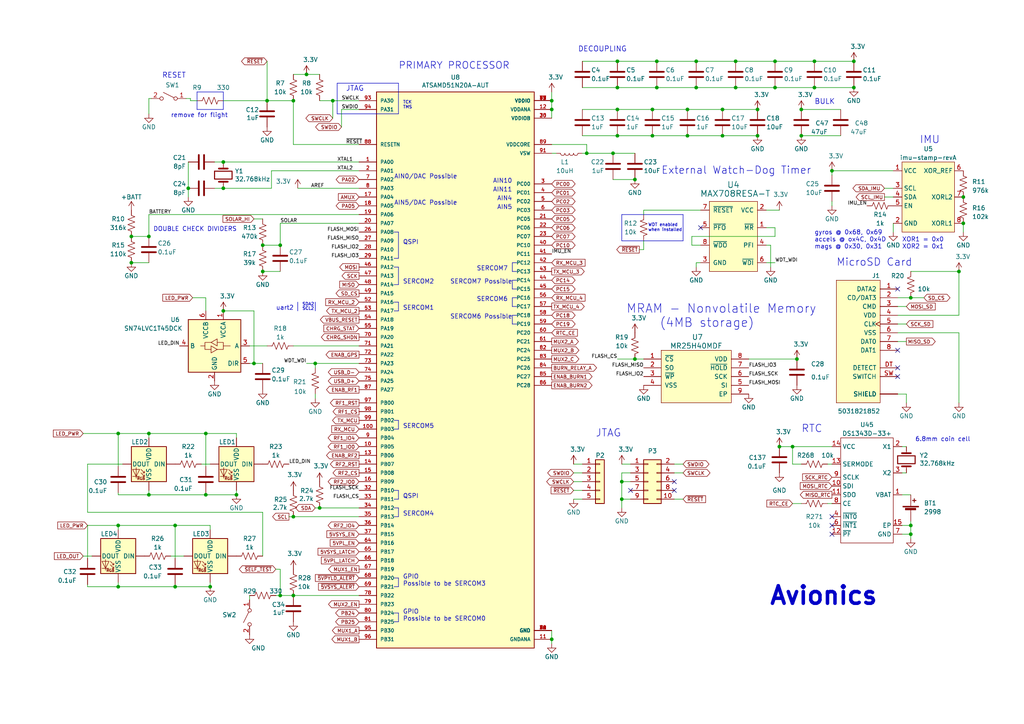
<source format=kicad_sch>
(kicad_sch (version 20230121) (generator eeschema)
  (paper "A4")
  (title_block (title "PyCubed Mainboard") (date "2021-06-09") (rev "v05c") (company "Sierra Lobo INC."))
  (junction (at 50.8 170.18))
  (junction (at 96.52 29.21))
  (junction (at 170.18 44.45))
  (junction (at 85.09 172.72))
  (junction (at 264.16 154.94))
  (junction (at 179.07 31.75))
  (junction (at 73.66 105.41))
  (junction (at 160.02 31.75))
  (junction (at 38.1 68.58))
  (junction (at 81.28 172.72))
  (junction (at 76.2 78.74))
  (junction (at 189.23 39.37))
  (junction (at 241.3 49.53))
  (junction (at 43.18 143.51))
  (junction (at 189.23 31.75))
  (junction (at 179.07 25.4))
  (junction (at 236.22 17.78))
  (junction (at 34.29 125.73))
  (junction (at 224.79 17.78))
  (junction (at 201.93 17.78))
  (junction (at 264.16 86.36))
  (junction (at 85.09 149.86))
  (junction (at 179.07 39.37))
  (junction (at 184.15 52.07))
  (junction (at 224.79 25.4))
  (junction (at 226.06 129.54))
  (junction (at 38.1 76.2))
  (junction (at 184.15 104.14))
  (junction (at 232.41 39.37))
  (junction (at 247.65 17.78))
  (junction (at 68.58 143.51))
  (junction (at 247.65 25.4))
  (junction (at 92.71 147.32))
  (junction (at 59.69 125.73))
  (junction (at 60.96 170.18))
  (junction (at 190.5 17.78))
  (junction (at 264.16 152.4))
  (junction (at 179.07 17.78))
  (junction (at 279.4 57.15))
  (junction (at 81.28 71.12))
  (junction (at 199.39 39.37))
  (junction (at 190.5 25.4))
  (junction (at 199.39 31.75))
  (junction (at 34.29 152.4))
  (junction (at 213.36 25.4))
  (junction (at 209.55 31.75))
  (junction (at 77.47 29.21))
  (junction (at 180.34 144.78))
  (junction (at 229.87 129.54))
  (junction (at 232.41 31.75))
  (junction (at 43.18 125.73))
  (junction (at 59.69 143.51))
  (junction (at 64.77 46.99))
  (junction (at 177.8 44.45))
  (junction (at 64.77 90.17))
  (junction (at 209.55 39.37))
  (junction (at 279.4 64.77))
  (junction (at 64.77 54.61))
  (junction (at 219.71 39.37))
  (junction (at 231.14 104.14))
  (junction (at 34.29 170.18))
  (junction (at 43.18 68.58))
  (junction (at 91.44 105.41))
  (junction (at 213.36 17.78))
  (junction (at 50.8 152.4))
  (junction (at 160.02 29.21))
  (junction (at 219.71 31.75))
  (junction (at 76.2 71.12))
  (junction (at 88.9 21.59))
  (junction (at 54.61 54.61))
  (junction (at 236.22 25.4))
  (junction (at 180.34 139.7))
  (junction (at 160.02 185.42))
  (junction (at 278.13 78.74))
  (junction (at 201.93 25.4))
  (junction (at 85.09 29.21))
  (no_connect (at 241.3 149.86))
  (no_connect (at 182.88 142.24))
  (no_connect (at 260.35 106.68))
  (no_connect (at 203.2 66.04))
  (no_connect (at 260.35 101.6))
  (no_connect (at 195.58 139.7))
  (no_connect (at 195.58 142.24))
  (no_connect (at 241.3 154.94))
  (no_connect (at 241.3 152.4))
  (no_connect (at 260.35 83.82))
  (no_connect (at 260.35 109.22))
  (polyline (pts (xy 149.86 76.2) (xy 148.59 76.2)))
  (wire (pts (xy 232.41 39.37) (xy 243.84 39.37)))
  (polyline (pts (xy 148.59 91.44) (xy 148.59 93.98)))
  (wire (pts (xy 201.93 76.2) (xy 203.2 76.2)))
  (wire (pts (xy 256.54 54.61) (xy 259.08 54.61)))
  (wire (pts (xy 77.47 29.21) (xy 85.09 29.21)))
  (wire (pts (xy 64.77 90.17) (xy 73.66 90.17)))
  (wire (pts (xy 264.16 151.13) (xy 264.16 152.4)))
  (wire (pts (xy 180.34 139.7) (xy 180.34 144.78)))
  (polyline (pts (xy 115.57 67.31) (xy 115.57 74.93)))
  (wire (pts (xy 261.62 129.54) (xy 262.89 129.54)))
  (wire (pts (xy 104.14 147.32) (xy 92.71 147.32)))
  (polyline (pts (xy 115.57 167.64) (xy 115.57 170.18)))
  (wire (pts (xy 77.47 17.78) (xy 77.47 29.21)))
  (wire (pts (xy 43.18 28.575) (xy 43.815 28.575)))
  (wire (pts (xy 25.4 148.59) (xy 25.4 134.62)))
  (wire (pts (xy 177.8 52.07) (xy 184.15 52.07)))
  (wire (pts (xy 76.2 78.74) (xy 81.28 78.74)))
  (wire (pts (xy 170.18 41.91) (xy 170.18 44.45)))
  (wire (pts (xy 185.42 72.39) (xy 186.69 72.39)))
  (polyline (pts (xy 115.57 24.13) (xy 97.79 24.13)))
  (wire (pts (xy 85.09 21.59) (xy 88.9 21.59)))
  (wire (pts (xy 224.79 17.78) (xy 236.22 17.78)))
  (polyline (pts (xy 148.59 86.36) (xy 148.59 88.9)))
  (wire (pts (xy 34.29 170.18) (xy 50.8 170.18)))
  (polyline (pts (xy 97.79 24.13) (xy 97.79 33.02)))
  (wire (pts (xy 34.29 143.51) (xy 34.29 142.875)))
  (wire (pts (xy 226.06 129.54) (xy 229.87 129.54)))
  (wire (pts (xy 186.69 72.39) (xy 186.69 69.85)))
  (wire (pts (xy 189.23 31.75) (xy 199.39 31.75)))
  (wire (pts (xy 43.18 125.73) (xy 43.18 127)))
  (wire (pts (xy 166.37 134.62) (xy 168.91 134.62)))
  (polyline (pts (xy 148.59 93.98) (xy 149.86 93.98)))
  (wire (pts (xy 64.77 54.61) (xy 78.74 54.61)))
  (wire (pts (xy 91.44 147.32) (xy 92.71 147.32)))
  (wire (pts (xy 201.93 76.2) (xy 201.93 77.47)))
  (wire (pts (xy 261.62 143.51) (xy 264.16 143.51)))
  (wire (pts (xy 58.42 134.62) (xy 60.96 134.62)))
  (wire (pts (xy 160.02 44.45) (xy 161.29 44.45)))
  (wire (pts (xy 34.29 143.51) (xy 43.18 143.51)))
  (wire (pts (xy 24.13 125.73) (xy 34.29 125.73)))
  (polyline (pts (xy 114.3 142.24) (xy 115.57 142.24)))
  (wire (pts (xy 260.35 93.98) (xy 262.89 93.98)))
  (wire (pts (xy 24.13 161.29) (xy 26.67 161.29)))
  (wire (pts (xy 55.245 28.575) (xy 55.245 29.21)))
  (wire (pts (xy 200.66 71.12) (xy 203.2 71.12)))
  (wire (pts (xy 34.29 125.73) (xy 34.29 135.255)))
  (wire (pts (xy 85.09 41.91) (xy 104.14 41.91)))
  (wire (pts (xy 76.2 71.12) (xy 81.28 71.12)))
  (wire (pts (xy 180.34 134.62) (xy 182.88 134.62)))
  (wire (pts (xy 91.44 114.3) (xy 91.44 115.57)))
  (polyline (pts (xy 148.59 83.82) (xy 149.86 83.82)))
  (wire (pts (xy 179.07 17.78) (xy 190.5 17.78)))
  (wire (pts (xy 262.89 114.3) (xy 262.89 116.84)))
  (wire (pts (xy 279.4 67.31) (xy 279.4 64.77)))
  (wire (pts (xy 78.74 49.53) (xy 104.14 49.53)))
  (wire (pts (xy 226.06 60.96) (xy 222.25 60.96)))
  (wire (pts (xy 88.9 105.41) (xy 91.44 105.41)))
  (wire (pts (xy 189.23 39.37) (xy 199.39 39.37)))
  (polyline (pts (xy 198.12 69.85) (xy 180.34 69.85)))
  (polyline (pts (xy 115.57 142.24) (xy 115.57 144.78)))
  (wire (pts (xy 38.1 68.58) (xy 43.18 68.58)))
  (wire (pts (xy 209.55 39.37) (xy 219.71 39.37)))
  (wire (pts (xy 73.66 105.41) (xy 76.2 105.41)))
  (polyline (pts (xy 114.3 170.18) (xy 115.57 170.18)))
  (wire (pts (xy 168.91 31.75) (xy 179.07 31.75)))
  (wire (pts (xy 217.17 104.14) (xy 231.14 104.14)))
  (wire (pts (xy 168.91 139.7) (xy 166.37 139.7)))
  (wire (pts (xy 260.35 86.36) (xy 264.16 86.36)))
  (wire (pts (xy 168.91 25.4) (xy 179.07 25.4)))
  (polyline (pts (xy 114.3 149.86) (xy 115.57 149.86)))
  (wire (pts (xy 59.69 143.51) (xy 43.18 143.51)))
  (wire (pts (xy 83.82 149.86) (xy 85.09 149.86)))
  (wire (pts (xy 200.66 71.12) (xy 200.66 68.58)))
  (polyline (pts (xy 114.3 90.17) (xy 115.57 90.17)))
  (wire (pts (xy 43.18 28.575) (xy 43.18 33.02)))
  (wire (pts (xy 260.35 114.3) (xy 262.89 114.3)))
  (wire (pts (xy 160.02 29.21) (xy 160.02 26.67)))
  (wire (pts (xy 177.8 44.45) (xy 184.15 44.45)))
  (wire (pts (xy 62.23 54.61) (xy 64.77 54.61)))
  (wire (pts (xy 55.245 29.21) (xy 57.15 29.21)))
  (wire (pts (xy 262.89 137.16) (xy 261.62 137.16)))
  (wire (pts (xy 229.87 146.05) (xy 232.41 146.05)))
  (wire (pts (xy 179.07 31.75) (xy 189.23 31.75)))
  (wire (pts (xy 241.3 49.53) (xy 259.08 49.53)))
  (wire (pts (xy 179.07 25.4) (xy 190.5 25.4)))
  (wire (pts (xy 168.91 17.78) (xy 179.07 17.78)))
  (wire (pts (xy 180.34 137.16) (xy 180.34 139.7)))
  (wire (pts (xy 200.66 68.58) (xy 224.79 68.58)))
  (polyline (pts (xy 97.79 33.02) (xy 115.57 33.02)))
  (wire (pts (xy 199.39 31.75) (xy 209.55 31.75)))
  (wire (pts (xy 78.74 54.61) (xy 78.74 49.53)))
  (wire (pts (xy 278.13 91.44) (xy 278.13 78.74)))
  (wire (pts (xy 73.66 63.5) (xy 76.2 63.5)))
  (polyline (pts (xy 115.57 87.63) (xy 115.57 90.17)))
  (wire (pts (xy 224.79 25.4) (xy 236.22 25.4)))
  (wire (pts (xy 59.69 86.36) (xy 59.69 90.17)))
  (wire (pts (xy 259.08 67.31) (xy 259.08 64.77)))
  (wire (pts (xy 195.58 137.16) (xy 198.12 137.16)))
  (wire (pts (xy 72.39 172.72) (xy 72.39 173.99)))
  (wire (pts (xy 91.44 105.41) (xy 91.44 106.68)))
  (polyline (pts (xy 149.86 88.9) (xy 148.59 88.9)))
  (wire (pts (xy 182.88 137.16) (xy 180.34 137.16)))
  (wire (pts (xy 199.39 39.37) (xy 209.55 39.37)))
  (wire (pts (xy 256.54 57.15) (xy 259.08 57.15)))
  (wire (pts (xy 62.23 46.99) (xy 64.77 46.99)))
  (polyline (pts (xy 114.3 121.92) (xy 115.57 121.92)))
  (wire (pts (xy 68.58 143.51) (xy 68.58 142.24)))
  (polyline (pts (xy 114.3 144.78) (xy 115.57 144.78)))
  (wire (pts (xy 85.09 172.72) (xy 104.14 172.72)))
  (wire (pts (xy 240.03 146.05) (xy 241.3 146.05)))
  (wire (pts (xy 160.02 34.29) (xy 160.02 31.75)))
  (wire (pts (xy 260.35 91.44) (xy 278.13 91.44)))
  (polyline (pts (xy 57.15 26.67) (xy 64.77 26.67)))
  (wire (pts (xy 170.18 44.45) (xy 177.8 44.45)))
  (wire (pts (xy 43.18 62.23) (xy 104.14 62.23)))
  (wire (pts (xy 34.29 168.91) (xy 34.29 170.18)))
  (polyline (pts (xy 115.57 177.8) (xy 115.57 180.34)))
  (wire (pts (xy 179.07 104.14) (xy 184.15 104.14)))
  (wire (pts (xy 73.66 90.17) (xy 73.66 105.41)))
  (polyline (pts (xy 114.3 124.46) (xy 115.57 124.46)))
  (wire (pts (xy 168.91 39.37) (xy 179.07 39.37)))
  (wire (pts (xy 68.58 125.73) (xy 68.58 127)))
  (polyline (pts (xy 64.77 26.67) (xy 64.77 31.75)))
  (wire (pts (xy 59.69 143.51) (xy 59.69 142.875)))
  (wire (pts (xy 88.9 21.59) (xy 92.71 21.59)))
  (wire (pts (xy 81.28 165.1) (xy 80.01 165.1)))
  (wire (pts (xy 209.55 31.75) (xy 219.71 31.75)))
  (wire (pts (xy 260.35 96.52) (xy 278.13 96.52)))
  (wire (pts (xy 60.96 170.18) (xy 60.96 168.91)))
  (wire (pts (xy 240.03 134.62) (xy 241.3 134.62)))
  (wire (pts (xy 34.29 125.73) (xy 43.18 125.73)))
  (wire (pts (xy 43.18 76.2) (xy 38.1 76.2)))
  (wire (pts (xy 264.16 78.74) (xy 278.13 78.74)))
  (wire (pts (xy 213.36 17.78) (xy 224.79 17.78)))
  (wire (pts (xy 224.79 76.2) (xy 222.25 76.2)))
  (wire (pts (xy 81.28 172.72) (xy 85.09 172.72)))
  (wire (pts (xy 195.58 134.62) (xy 198.12 134.62)))
  (wire (pts (xy 25.4 170.18) (xy 25.4 169.545)))
  (polyline (pts (xy 148.59 76.2) (xy 148.59 78.74)))
  (wire (pts (xy 64.77 29.21) (xy 77.47 29.21)))
  (wire (pts (xy 168.91 44.45) (xy 170.18 44.45)))
  (wire (pts (xy 260.35 99.06) (xy 262.89 99.06)))
  (wire (pts (xy 92.71 29.21) (xy 96.52 29.21)))
  (wire (pts (xy 224.79 68.58) (xy 224.79 66.04)))
  (wire (pts (xy 104.14 149.86) (xy 85.09 149.86)))
  (wire (pts (xy 59.69 125.73) (xy 43.18 125.73)))
  (wire (pts (xy 229.87 129.54) (xy 241.3 129.54)))
  (wire (pts (xy 179.07 39.37) (xy 189.23 39.37)))
  (wire (pts (xy 59.69 143.51) (xy 68.58 143.51)))
  (wire (pts (xy 59.69 125.73) (xy 68.58 125.73)))
  (wire (pts (xy 72.39 105.41) (xy 73.66 105.41)))
  (wire (pts (xy 232.41 134.62) (xy 229.87 134.62)))
  (wire (pts (xy 49.53 161.29) (xy 53.34 161.29)))
  (wire (pts (xy 54.61 46.99) (xy 54.61 54.61)))
  (polyline (pts (xy 115.57 121.92) (xy 115.57 124.46)))
  (wire (pts (xy 50.8 152.4) (xy 60.96 152.4)))
  (wire (pts (xy 54.61 54.61) (xy 54.61 57.15)))
  (wire (pts (xy 278.13 96.52) (xy 278.13 116.84)))
  (polyline (pts (xy 57.15 31.75) (xy 64.77 31.75)))
  (polyline (pts (xy 114.3 177.8) (xy 115.57 177.8)))
  (polyline (pts (xy 114.3 77.47) (xy 115.57 77.47)))
  (wire (pts (xy 25.4 161.925) (xy 25.4 152.4)))
  (polyline (pts (xy 114.3 74.93) (xy 115.57 74.93)))
  (wire (pts (xy 50.8 170.18) (xy 50.8 169.545)))
  (wire (pts (xy 223.52 71.12) (xy 223.52 77.47)))
  (wire (pts (xy 53.975 28.575) (xy 55.245 28.575)))
  (wire (pts (xy 195.58 144.78) (xy 198.12 144.78)))
  (wire (pts (xy 160.02 41.91) (xy 170.18 41.91)))
  (polyline (pts (xy 57.15 31.75) (xy 57.15 26.67)))
  (wire (pts (xy 264.16 154.94) (xy 264.16 156.21)))
  (wire (pts (xy 264.16 152.4) (xy 264.16 154.94)))
  (wire (pts (xy 81.28 71.12) (xy 81.28 64.77)))
  (wire (pts (xy 91.44 105.41) (xy 104.14 105.41)))
  (wire (pts (xy 60.96 152.4) (xy 60.96 153.67)))
  (wire (pts (xy 160.02 31.75) (xy 160.02 29.21)))
  (wire (pts (xy 55.88 86.36) (xy 59.69 86.36)))
  (wire (pts (xy 264.16 86.36) (xy 267.97 86.36)))
  (wire (pts (xy 232.41 31.75) (xy 243.84 31.75)))
  (polyline (pts (xy 86.36 87.63) (xy 86.36 90.17)))
  (polyline (pts (xy 115.57 147.32) (xy 115.57 149.86)))
  (wire (pts (xy 160.02 182.88) (xy 160.02 185.42)))
  (wire (pts (xy 180.34 144.78) (xy 182.88 144.78)))
  (wire (pts (xy 213.36 25.4) (xy 224.79 25.4)))
  (wire (pts (xy 50.8 152.4) (xy 50.8 161.925)))
  (wire (pts (xy 222.25 66.04) (xy 224.79 66.04)))
  (polyline (pts (xy 91.44 90.17) (xy 91.44 87.63)))
  (wire (pts (xy 96.52 34.29) (xy 96.52 29.21)))
  (wire (pts (xy 168.91 142.24) (xy 166.37 142.24)))
  (polyline (pts (xy 114.3 67.31) (xy 115.57 67.31)))
  (wire (pts (xy 236.22 25.4) (xy 247.65 25.4)))
  (wire (pts (xy 43.18 68.58) (xy 43.18 62.23)))
  (polyline (pts (xy 149.86 78.74) (xy 148.59 78.74)))
  (wire (pts (xy 241.3 58.42) (xy 241.3 59.69)))
  (polyline (pts (xy 114.3 147.32) (xy 115.57 147.32)))
  (wire (pts (xy 261.62 154.94) (xy 264.16 154.94)))
  (wire (pts (xy 261.62 152.4) (xy 264.16 152.4)))
  (wire (pts (xy 201.93 17.78) (xy 213.36 17.78)))
  (polyline (pts (xy 148.59 81.28) (xy 149.86 81.28)))
  (wire (pts (xy 86.36 54.61) (xy 104.14 54.61)))
  (wire (pts (xy 81.28 64.77) (xy 104.14 64.77)))
  (wire (pts (xy 99.06 31.75) (xy 104.14 31.75)))
  (wire (pts (xy 85.09 29.21) (xy 85.09 41.91)))
  (wire (pts (xy 236.22 17.78) (xy 247.65 17.78)))
  (wire (pts (xy 25.4 152.4) (xy 34.29 152.4)))
  (wire (pts (xy 85.09 100.33) (xy 104.14 100.33)))
  (wire (pts (xy 25.4 148.59) (xy 76.2 148.59)))
  (wire (pts (xy 25.4 134.62) (xy 35.56 134.62)))
  (wire (pts (xy 229.87 134.62) (xy 229.87 129.54)))
  (wire (pts (xy 190.5 17.78) (xy 201.93 17.78)))
  (wire (pts (xy 50.8 152.4) (xy 34.29 152.4)))
  (wire (pts (xy 166.37 144.78) (xy 168.91 144.78)))
  (polyline (pts (xy 148.59 91.44) (xy 149.86 91.44)))
  (polyline (pts (xy 149.86 86.36) (xy 148.59 86.36)))
  (wire (pts (xy 260.35 88.9) (xy 262.89 88.9)))
  (wire (pts (xy 50.8 170.18) (xy 60.96 170.18)))
  (polyline (pts (xy 114.3 180.34) (xy 115.57 180.34)))
  (wire (pts (xy 223.52 71.12) (xy 222.25 71.12)))
  (wire (pts (xy 186.69 62.23) (xy 186.69 60.96)))
  (polyline (pts (xy 180.34 62.23) (xy 198.12 62.23)))
  (wire (pts (xy 64.77 46.99) (xy 104.14 46.99)))
  (wire (pts (xy 59.69 125.73) (xy 59.69 135.255)))
  (polyline (pts (xy 115.57 77.47) (xy 115.57 82.55)))
  (polyline (pts (xy 114.3 82.55) (xy 115.57 82.55)))
  (polyline (pts (xy 148.59 81.28) (xy 148.59 83.82)))
  (wire (pts (xy 160.02 185.42) (xy 160.02 186.69)))
  (wire (pts (xy 190.5 25.4) (xy 201.93 25.4)))
  (wire (pts (xy 43.18 142.24) (xy 43.18 143.51)))
  (wire (pts (xy 180.34 139.7) (xy 182.88 139.7)))
  (wire (pts (xy 34.29 152.4) (xy 34.29 153.67)))
  (wire (pts (xy 25.4 170.18) (xy 34.29 170.18)))
  (polyline (pts (xy 115.57 33.02) (xy 115.57 24.13)))
  (wire (pts (xy 77.47 100.33) (xy 72.39 100.33)))
  (wire (pts (xy 80.01 172.72) (xy 81.28 172.72)))
  (wire (pts (xy 81.28 172.72) (xy 81.28 165.1)))
  (polyline (pts (xy 180.34 69.85) (xy 180.34 62.23)))
  (wire (pts (xy 168.91 137.16) (xy 166.37 137.16)))
  (wire (pts (xy 201.93 25.4) (xy 213.36 25.4)))
  (wire (pts (xy 99.06 31.75) (xy 99.06 36.83)))
  (wire (pts (xy 241.3 49.53) (xy 241.3 50.8)))
  (wire (pts (xy 184.15 104.14) (xy 186.69 104.14)))
  (wire (pts (xy 186.69 60.96) (xy 203.2 60.96)))
  (wire (pts (xy 180.34 144.78) (xy 180.34 147.32)))
  (polyline (pts (xy 114.3 87.63) (xy 115.57 87.63)))
  (wire (pts (xy 96.52 29.21) (xy 104.14 29.21)))
  (polyline (pts (xy 198.12 62.23) (xy 198.12 69.85)))
  (wire (pts (xy 76.2 148.59) (xy 76.2 161.29)))
  (polyline (pts (xy 114.3 167.64) (xy 115.57 167.64)))
  (text "uart2" (at 80.01 90.17 0) (effects (font (size 1.27 1.27)) (justify left bottom)))
  (text "SERCOM7 Possible" (at 148.59 82.55 0) (effects (font (size 1.27 1.27)) (justify right bottom)))
  (text "RTC" (at 232.41 125.73 0) (effects (font (size 2.159 2.159)) (justify left bottom)))
  (text "SERCOM2" (at 116.84 82.55 0) (effects (font (size 1.27 1.27)) (justify left bottom)))
  (text "AIN4" (at 148.59 58.42 0) (effects (font (size 1.27 1.27)) (justify right bottom)))
  (text "SDA2" (at 87.63 88.9 0) (effects (font (size 0.889 0.889)) (justify left bottom)))
  (text "gyros @ 0x68, 0x69\naccels @ ox4C, 0x4D\nmags @ 0x30, 0x31" (at 236.22 72.39 0) (effects (font (size 1.27 1.27)) (justify left bottom)))
  (text "AIN5/DAC Possible" (at 114.3 59.69 0) (effects (font (size 1.27 1.27)) (justify left bottom)))
  (text "IMU" (at 266.7 41.91 0) (effects (font (size 2.159 2.159)) (justify left bottom)))
  (text "GPIO\nPossible to be SERCOM3" (at 116.84 170.18 0) (effects (font (size 1.27 1.27)) (justify left bottom)))
  (text "MRAM - Nonvolatile Memory\n     (4MB storage)" (at 181.61 95.25 0) (effects (font (size 2.54 2.54)) (justify left bottom)))
  (text "GPIO\nPossible to be SERCOM0" (at 116.84 180.34 0) (effects (font (size 1.27 1.27)) (justify left bottom)))
  (text "TCK\nTMS" (at 116.84 31.75 0) (effects (font (size 0.889 0.889)) (justify left bottom)))
  (text "SERCOM7" (at 147.32 78.74 0) (effects (font (size 1.27 1.27)) (justify right bottom)))
  (text "SCL2" (at 87.63 90.17 0) (effects (font (size 0.889 0.889)) (justify left bottom)))
  (text "DECOUPLING\n" (at 167.64 15.24 0) (effects (font (size 1.4986 1.4986)) (justify left bottom)))
  (text "remove for flight" (at 49.53 34.29 0) (effects (font (size 1.27 1.27)) (justify left bottom)))
  (text "AIN10" (at 148.59 53.34 0) (effects (font (size 1.27 1.27)) (justify right bottom)))
  (text "SERCOM6 Possible" (at 148.59 92.71 0) (effects (font (size 1.27 1.27)) (justify right bottom)))
  (text "Avionics" (at 222.885 175.895 0) (effects (font (size 5.08 5.08) (thickness 1.016) bold) (justify left bottom)))
  (text "WDT enabled\nwhen installed" (at 187.96 67.31 0) (effects (font (size 0.889 0.889)) (justify left bottom)))
  (text "DOUBLE CHECK DIVIDERS\n" (at 44.45 67.31 0) (effects (font (size 1.27 1.27)) (justify left bottom)))
  (text "JTAG" (at 172.72 127 0) (effects (font (size 2.159 2.159)) (justify left bottom)))
  (text "SERCOM1" (at 116.84 90.17 0) (effects (font (size 1.27 1.27)) (justify left bottom)))
  (text "AIN5" (at 148.59 60.96 0) (effects (font (size 1.27 1.27)) (justify right bottom)))
  (text "XOR1 = 0x0\nXOR2 = 0x1" (at 261.62 72.39 0) (effects (font (size 1.27 1.27)) (justify left bottom)))
  (text "JTAG\n" (at 100.33 26.67 0) (effects (font (size 1.4986 1.4986)) (justify left bottom)))
  (text "AIN0/DAC Possible" (at 114.3 52.07 0) (effects (font (size 1.27 1.27)) (justify left bottom)))
  (text "QSPI" (at 116.84 71.12 0) (effects (font (size 1.27 1.27)) (justify left bottom)))
  (text "SERCOM4" (at 116.84 149.86 0) (effects (font (size 1.27 1.27)) (justify left bottom)))
  (text "BULK\n" (at 236.22 30.48 0) (effects (font (size 1.4986 1.4986)) (justify left bottom)))
  (text "AIN11\n" (at 148.59 55.88 0) (effects (font (size 1.27 1.27)) (justify right bottom)))
  (text "6.8mm coin cell" (at 265.43 128.27 0) (effects (font (size 1.27 1.27)) (justify left bottom)))
  (text "External Watch-Dog Timer" (at 191.77 50.8 0) (effects (font (size 2.159 2.159)) (justify left bottom)))
  (text "PRIMARY PROCESSOR" (at 115.57 20.32 0) (effects (font (size 2.0066 2.0066)) (justify left bottom)))
  (text "MicroSD Card" (at 242.57 77.47 0) (effects (font (size 2.159 2.159)) (justify left bottom)))
  (text "SERCOM6" (at 147.32 87.63 0) (effects (font (size 1.27 1.27)) (justify right bottom)))
  (text "RESET" (at 46.99 22.86 0) (effects (font (size 1.4986 1.4986)) (justify left bottom)))
  (text "SERCOM5" (at 116.84 124.46 0) (effects (font (size 1.27 1.27)) (justify left bottom)))
  (text "QSPI" (at 116.84 144.78 0) (effects (font (size 1.27 1.27)) (justify left bottom)))
  (label "WDT_WDI" (at 88.9 105.41 180) (effects (font (size 1.016 1.016))))
  (label "FLASH_MOSI" (at 104.14 67.31 180) (effects (font (size 1.016 1.016))))
  (label "FLASH_IO2" (at 186.69 109.22 180) (effects (font (size 1.016 1.016))))
  (label "LED_DIN" (at 83.82 134.62 0) (effects (font (size 1.016 1.016))))
  (label "FLASH_MISO" (at 186.69 106.68 180) (effects (font (size 1.016 1.016))))
  (label "BATTERY" (at 43.18 62.23 0) (effects (font (size 1.016 1.016))))
  (label "FLASH_MISO" (at 104.14 69.85 180) (effects (font (size 1.016 1.016))))
  (label "AREF" (at 90.17 54.61 0) (effects (font (size 1.016 1.016))))
  (label "WDT_WDI" (at 224.79 76.2 0) (effects (font (size 1.016 1.016))))
  (label "IMU_EN" (at 251.46 59.69 180) (effects (font (size 1.016 1.016))))
  (label "XTAL2" (at 97.79 49.53 0) (effects (font (size 1.016 1.016))))
  (label "FLASH_IO3" (at 104.14 74.93 180) (effects (font (size 1.016 1.016))))
  (label "SOLAR" (at 81.28 64.77 0) (effects (font (size 1.016 1.016))))
  (label "FLASH_SCK" (at 104.14 142.24 180) (effects (font (size 1.016 1.016))))
  (label "FLASH_CS" (at 179.07 104.14 180) (effects (font (size 1.016 1.016))))
  (label "XTAL1" (at 97.79 46.99 0) (effects (font (size 1.016 1.016))))
  (label "FLASH_SCK" (at 217.17 109.22 0) (effects (font (size 1.016 1.016))))
  (label "FLASH_IO2" (at 104.14 72.39 180) (effects (font (size 1.016 1.016))))
  (label "SWDIO" (at 99.06 31.75 0) (effects (font (size 1.016 1.016))))
  (label "IMU_EN" (at 160.02 73.66 0) (effects (font (size 1.016 1.016))))
  (label "FLASH_CS" (at 104.14 144.78 180) (effects (font (size 1.016 1.016))))
  (label "LED_DIN" (at 52.07 100.33 180) (effects (font (size 1.016 1.016))))
  (label "FLASH_MOSI" (at 217.17 111.76 0) (effects (font (size 1.016 1.016))))
  (label "SWCLK" (at 99.06 29.21 0) (effects (font (size 1.016 1.016))))
  (label "~{RESET}" (at 100.33 41.91 0) (effects (font (size 1.016 1.016))))
  (label "FLASH_IO3" (at 217.17 106.68 0) (effects (font (size 1.016 1.016))))
  (global_label "ENAB_BURN1" (shape output) (at 160.02 109.22 0) (effects (font (size 1.016 1.016))) (property "Intersheetrefs" "${INTERSHEET_REFS}" (effects hide)))
  (global_label "LED_PWR" (shape input) (at 55.88 86.36 180) (effects (font (size 1.016 1.016))) (property "Intersheetrefs" "${INTERSHEET_REFS}" (effects hide)))
  (global_label "SWCLK" (shape bidirectional) (at 96.52 34.29 180) (effects (font (size 1.016 1.016))) (property "Intersheetrefs" "${INTERSHEET_REFS}" (effects hide)))
  (global_label "PC03" (shape bidirectional) (at 160.02 60.96 0) (effects (font (size 1.016 1.016))) (property "Intersheetrefs" "${INTERSHEET_REFS}" (effects hide)))
  (global_label "PC14" (shape bidirectional) (at 160.02 81.28 0) (effects (font (size 1.016 1.016))) (property "Intersheetrefs" "${INTERSHEET_REFS}" (effects hide)))
  (global_label "SCK_RTC" (shape input) (at 241.3 138.43 180) (effects (font (size 1.016 1.016))) (property "Intersheetrefs" "${INTERSHEET_REFS}" (effects hide)))
  (global_label "SCL_IMU" (shape output) (at 256.54 57.15 180) (effects (font (size 1.016 1.016))) (property "Intersheetrefs" "${INTERSHEET_REFS}" (effects hide)))
  (global_label "MOSI" (shape output) (at 104.14 77.47 180) (effects (font (size 1.016 1.016))) (property "Intersheetrefs" "${INTERSHEET_REFS}" (effects hide)))
  (global_label "PC10" (shape bidirectional) (at 160.02 71.12 0) (effects (font (size 1.016 1.016))) (property "Intersheetrefs" "${INTERSHEET_REFS}" (effects hide)))
  (global_label "PC01" (shape bidirectional) (at 160.02 55.88 0) (effects (font (size 1.016 1.016))) (property "Intersheetrefs" "${INTERSHEET_REFS}" (effects hide)))
  (global_label "SDA" (shape bidirectional) (at 91.44 147.32 180) (effects (font (size 1.016 1.016))) (property "Intersheetrefs" "${INTERSHEET_REFS}" (effects hide)))
  (global_label "SOLAR_HI" (shape input) (at 73.66 63.5 180) (effects (font (size 1.016 1.016))) (property "Intersheetrefs" "${INTERSHEET_REFS}" (effects hide)))
  (global_label "RF1_CS" (shape output) (at 104.14 119.38 180) (effects (font (size 1.016 1.016))) (property "Intersheetrefs" "${INTERSHEET_REFS}" (effects hide)))
  (global_label "SWDIO" (shape bidirectional) (at 166.37 137.16 180) (effects (font (size 1.016 1.016))) (property "Intersheetrefs" "${INTERSHEET_REFS}" (effects hide)))
  (global_label "CHRG_SHDN" (shape output) (at 104.14 97.79 180) (effects (font (size 1.016 1.016))) (property "Intersheetrefs" "${INTERSHEET_REFS}" (effects hide)))
  (global_label "MUX2_B" (shape output) (at 160.02 101.6 0) (effects (font (size 1.016 1.016))) (property "Intersheetrefs" "${INTERSHEET_REFS}" (effects hide)))
  (global_label "LED_PWR" (shape input) (at 24.13 125.73 180) (effects (font (size 1.016 1.016))) (property "Intersheetrefs" "${INTERSHEET_REFS}" (effects hide)))
  (global_label "SD_CS" (shape output) (at 104.14 85.09 180) (effects (font (size 1.016 1.016))) (property "Intersheetrefs" "${INTERSHEET_REFS}" (effects hide)))
  (global_label "PA05" (shape bidirectional) (at 104.14 59.69 180) (effects (font (size 1.016 1.016))) (property "Intersheetrefs" "${INTERSHEET_REFS}" (effects hide)))
  (global_label "RF2_RST" (shape output) (at 104.14 134.62 180) (effects (font (size 1.016 1.016))) (property "Intersheetrefs" "${INTERSHEET_REFS}" (effects hide)))
  (global_label "SDA_IMU" (shape bidirectional) (at 256.54 54.61 180) (effects (font (size 1.016 1.016))) (property "Intersheetrefs" "${INTERSHEET_REFS}" (effects hide)))
  (global_label "MISO_RTC" (shape output) (at 241.3 143.51 180) (effects (font (size 1.016 1.016))) (property "Intersheetrefs" "${INTERSHEET_REFS}" (effects hide)))
  (global_label "MOSI_SD" (shape input) (at 262.89 88.9 0) (effects (font (size 1.016 1.016))) (property "Intersheetrefs" "${INTERSHEET_REFS}" (effects hide)))
  (global_label "PA02" (shape bidirectional) (at 104.14 52.07 180) (effects (font (size 1.016 1.016))) (property "Intersheetrefs" "${INTERSHEET_REFS}" (effects hide)))
  (global_label "SCK" (shape output) (at 104.14 80.01 180) (effects (font (size 1.016 1.016))) (property "Intersheetrefs" "${INTERSHEET_REFS}" (effects hide)))
  (global_label "RF1_RST" (shape output) (at 104.14 116.84 180) (effects (font (size 1.016 1.016))) (property "Intersheetrefs" "${INTERSHEET_REFS}" (effects hide)))
  (global_label "~{RESET}" (shape input) (at 198.12 144.78 0) (effects (font (size 1.016 1.016))) (property "Intersheetrefs" "${INTERSHEET_REFS}" (effects hide)))
  (global_label "SCK_SD" (shape input) (at 262.89 93.98 0) (effects (font (size 1.016 1.016))) (property "Intersheetrefs" "${INTERSHEET_REFS}" (effects hide)))
  (global_label "VBUS_RESET" (shape output) (at 104.14 92.71 180) (effects (font (size 1.016 1.016))) (property "Intersheetrefs" "${INTERSHEET_REFS}" (effects hide)))
  (global_label "5VSYS_EN" (shape input) (at 104.14 154.94 180) (effects (font (size 1.016 1.016))) (property "Intersheetrefs" "${INTERSHEET_REFS}" (effects hide)))
  (global_label "MISO" (shape input) (at 104.14 82.55 180) (effects (font (size 1.016 1.016))) (property "Intersheetrefs" "${INTERSHEET_REFS}" (effects hide)))
  (global_label "RF1_IO4" (shape bidirectional) (at 104.14 127 180) (effects (font (size 1.016 1.016))) (property "Intersheetrefs" "${INTERSHEET_REFS}" (effects hide)))
  (global_label "PC15" (shape bidirectional) (at 160.02 83.82 0) (effects (font (size 1.016 1.016))) (property "Intersheetrefs" "${INTERSHEET_REFS}" (effects hide)))
  (global_label "SWDIO" (shape bidirectional) (at 198.12 134.62 0) (effects (font (size 1.016 1.016))) (property "Intersheetrefs" "${INTERSHEET_REFS}" (effects hide)))
  (global_label "SWDIO" (shape bidirectional) (at 99.06 36.83 180) (effects (font (size 1.016 1.016))) (property "Intersheetrefs" "${INTERSHEET_REFS}" (effects hide)))
  (global_label "PC18" (shape bidirectional) (at 160.02 91.44 0) (effects (font (size 1.016 1.016))) (property "Intersheetrefs" "${INTERSHEET_REFS}" (effects hide)))
  (global_label "RX_MCU_3" (shape input) (at 160.02 76.2 0) (effects (font (size 1.016 1.016))) (property "Intersheetrefs" "${INTERSHEET_REFS}" (effects hide)))
  (global_label "RF2_IO4" (shape bidirectional) (at 104.14 152.4 180) (effects (font (size 1.016 1.016))) (property "Intersheetrefs" "${INTERSHEET_REFS}" (effects hide)))
  (global_label "5VPL_EN" (shape input) (at 104.14 157.48 180) (effects (font (size 1.016 1.016))) (property "Intersheetrefs" "${INTERSHEET_REFS}" (effects hide)))
  (global_label "PB24" (shape bidirectional) (at 104.14 177.8 180) (effects (font (size 1.016 1.016))) (property "Intersheetrefs" "${INTERSHEET_REFS}" (effects hide)))
  (global_label "BURN_RELAY_A" (shape output) (at 160.02 106.68 0) (effects (font (size 1.016 1.016))) (property "Intersheetrefs" "${INTERSHEET_REFS}" (effects hide)))
  (global_label "MUX1_B" (shape output) (at 104.14 185.42 180) (effects (font (size 1.016 1.016))) (property "Intersheetrefs" "${INTERSHEET_REFS}" (effects hide)))
  (global_label "~{RESET}" (shape input) (at 166.37 142.24 180) (effects (font (size 1.016 1.016))) (property "Intersheetrefs" "${INTERSHEET_REFS}" (effects hide)))
  (global_label "USB_D-" (shape bidirectional) (at 104.14 107.95 180) (effects (font (size 1.016 1.016))) (property "Intersheetrefs" "${INTERSHEET_REFS}" (effects hide)))
  (global_label "RX_MCU_2" (shape input) (at 104.14 87.63 180) (effects (font (size 1.016 1.016))) (property "Intersheetrefs" "${INTERSHEET_REFS}" (effects hide)))
  (global_label "SWCLK" (shape bidirectional) (at 166.37 139.7 180) (effects (font (size 1.016 1.016))) (property "Intersheetrefs" "${INTERSHEET_REFS}" (effects hide)))
  (global_label "TX_MCU_4" (shape output) (at 160.02 88.9 0) (effects (font (size 1.016 1.016))) (property "Intersheetrefs" "${INTERSHEET_REFS}" (effects hide)))
  (global_label "SWCLK" (shape bidirectional) (at 198.12 137.16 0) (effects (font (size 1.016 1.016))) (property "Intersheetrefs" "${INTERSHEET_REFS}" (effects hide)))
  (global_label "PC02" (shape bidirectional) (at 160.02 58.42 0) (effects (font (size 1.016 1.016))) (property "Intersheetrefs" "${INTERSHEET_REFS}" (effects hide)))
  (global_label "~{5VPYLD_ALERT}" (shape input) (at 104.14 167.64 180) (effects (font (size 1.016 1.016))) (property "Intersheetrefs" "${INTERSHEET_REFS}" (effects hide)))
  (global_label "ENAB_GPS" (shape output) (at 104.14 102.87 180) (effects (font (size 1.016 1.016))) (property "Intersheetrefs" "${INTERSHEET_REFS}" (effects hide)))
  (global_label "MUX1_EN" (shape output) (at 104.14 165.1 180) (effects (font (size 1.016 1.016))) (property "Intersheetrefs" "${INTERSHEET_REFS}" (effects hide)))
  (global_label "CHRG_STAT" (shape input) (at 104.14 95.25 180) (effects (font (size 1.016 1.016))) (property "Intersheetrefs" "${INTERSHEET_REFS}" (effects hide)))
  (global_label "TX_MCU_2" (shape output) (at 104.14 90.17 180) (effects (font (size 1.016 1.016))) (property "Intersheetrefs" "${INTERSHEET_REFS}" (effects hide)))
  (global_label "5VSYS_LATCH" (shape input) (at 104.14 160.02 180) (effects (font (size 1.016 1.016))) (property "Intersheetrefs" "${INTERSHEET_REFS}" (effects hide)))
  (global_label "5VPL_LATCH" (shape input) (at 104.14 162.56 180) (effects (font (size 1.016 1.016))) (property "Intersheetrefs" "${INTERSHEET_REFS}" (effects hide)))
  (global_label "ENAB_RF2" (shape output) (at 104.14 132.08 180) (effects (font (size 1.016 1.016))) (property "Intersheetrefs" "${INTERSHEET_REFS}" (effects hide)))
  (global_label "~{RESET}" (shape bidirectional) (at 77.47 17.78 180) (effects (font (size 1.016 1.016))) (property "Intersheetrefs" "${INTERSHEET_REFS}" (effects hide)))
  (global_label "PC07" (shape bidirectional) (at 160.02 68.58 0) (effects (font (size 1.016 1.016))) (property "Intersheetrefs" "${INTERSHEET_REFS}" (effects hide)))
  (global_label "SCL" (shape output) (at 83.82 149.86 180) (effects (font (size 1.016 1.016))) (property "Intersheetrefs" "${INTERSHEET_REFS}" (effects hide)))
  (global_label "ENAB_BURN2" (shape output) (at 160.02 111.76 0) (effects (font (size 1.016 1.016))) (property "Intersheetrefs" "${INTERSHEET_REFS}" (effects hide)))
  (global_label "TX_MCU_3" (shape output) (at 160.02 78.74 0) (effects (font (size 1.016 1.016))) (property "Intersheetrefs" "${INTERSHEET_REFS}" (effects hide)))
  (global_label "RX_MCU_4" (shape input) (at 160.02 86.36 0) (effects (font (size 1.016 1.016))) (property "Intersheetrefs" "${INTERSHEET_REFS}" (effects hide)))
  (global_label "RF2_IO0" (shape bidirectional) (at 104.14 139.7 180) (effects (font (size 1.016 1.016))) (property "Intersheetrefs" "${INTERSHEET_REFS}" (effects hide)))
  (global_label "MUX1_A" (shape output) (at 104.14 182.88 180) (effects (font (size 1.016 1.016))) (property "Intersheetrefs" "${INTERSHEET_REFS}" (effects hide)))
  (global_label "MUX2_C" (shape output) (at 160.02 104.14 0) (effects (font (size 1.016 1.016))) (property "Intersheetrefs" "${INTERSHEET_REFS}" (effects hide)))
  (global_label "LED_OUT" (shape input) (at 24.13 161.29 180) (effects (font (size 1.016 1.016))) (property "Intersheetrefs" "${INTERSHEET_REFS}" (effects hide)))
  (global_label "PC19" (shape bidirectional) (at 160.02 93.98 0) (effects (font (size 1.016 1.016))) (property "Intersheetrefs" "${INTERSHEET_REFS}" (effects hide)))
  (global_label "PC00" (shape bidirectional) (at 160.02 53.34 0) (effects (font (size 1.016 1.016))) (property "Intersheetrefs" "${INTERSHEET_REFS}" (effects hide)))
  (global_label "MUX2_EN" (shape output) (at 104.14 175.26 180) (effects (font (size 1.016 1.016))) (property "Intersheetrefs" "${INTERSHEET_REFS}" (effects hide)))
  (global_label "MUX2_A" (shape output) (at 160.02 99.06 0) (effects (font (size 1.016 1.016))) (property "Intersheetrefs" "${INTERSHEET_REFS}" (effects hide)))
  (global_label "TX_MCU" (shape output) (at 104.14 121.92 180) (effects (font (size 1.016 1.016))) (property "Intersheetrefs" "${INTERSHEET_REFS}" (effects hide)))
  (global_label "~{SELF_TEST}" (shape bidirectional) (at 80.01 165.1 180) (effects (font (size 1.016 1.016))) (property "Intersheetrefs" "${INTERSHEET_REFS}" (effects hide)))
  (global_label "PC06" (shape bidirectional) (at 160.02 66.04 0) (effects (font (size 1.016 1.016))) (property "Intersheetrefs" "${INTERSHEET_REFS}" (effects hide)))
  (global_label "MISO_SD" (shape output) (at 262.89 99.06 0) (effects (font (size 1.016 1.016))) (property "Intersheetrefs" "${INTERSHEET_REFS}" (effects hide)))
  (global_label "~{5VSYS_ALERT}" (shape input) (at 104.14 170.18 180) (effects (font (size 1.016 1.016))) (property "Intersheetrefs" "${INTERSHEET_REFS}" (effects hide)))
  (global_label "USB_D+" (shape bidirectional) (at 104.14 110.49 180) (effects (font (size 1.016 1.016))) (property "Intersheetrefs" "${INTERSHEET_REFS}" (effects hide)))
  (global_label "RF2_CS" (shape output) (at 104.14 137.16 180) (effects (font (size 1.016 1.016))) (property "Intersheetrefs" "${INTERSHEET_REFS}" (effects hide)))
  (global_label "~{RESET}" (shape output) (at 185.42 72.39 180) (effects (font (size 1.016 1.016))) (property "Intersheetrefs" "${INTERSHEET_REFS}" (effects hide)))
  (global_label "RX_MCU" (shape input) (at 104.14 124.46 180) (effects (font (size 1.016 1.016))) (property "Intersheetrefs" "${INTERSHEET_REFS}" (effects hide)))
  (global_label "LED_PWR" (shape input) (at 25.4 152.4 180) (effects (font (size 1.016 1.016))) (property "Intersheetrefs" "${INTERSHEET_REFS}" (effects hide)))
  (global_label "RF1_IO0" (shape bidirectional) (at 104.14 129.54 180) (effects (font (size 1.016 1.016))) (property "Intersheetrefs" "${INTERSHEET_REFS}" (effects hide)))
  (global_label "ENAB_RF1" (shape output) (at 104.14 113.03 180) (effects (font (size 1.016 1.016))) (property "Intersheetrefs" "${INTERSHEET_REFS}" (effects hide)))
  (global_label "SD_CS" (shape bidirectional) (at 267.97 86.36 0) (effects (font (size 1.016 1.016))) (property "Intersheetrefs" "${INTERSHEET_REFS}" (effects hide)))
  (global_label "PB25" (shape bidirectional) (at 104.14 180.34 180) (effects (font (size 1.016 1.016))) (property "Intersheetrefs" "${INTERSHEET_REFS}" (effects hide)))
  (global_label "RTC_CE" (shape input) (at 160.02 96.52 0) (effects (font (size 1.016 1.016))) (property "Intersheetrefs" "${INTERSHEET_REFS}" (effects hide)))
  (global_label "RTC_CE" (shape input) (at 229.87 146.05 180) (effects (font (size 1.016 1.016))) (property "Intersheetrefs" "${INTERSHEET_REFS}" (effects hide)))
  (global_label "PC05" (shape bidirectional) (at 160.02 63.5 0) (effects (font (size 1.016 1.016))) (property "Intersheetrefs" "${INTERSHEET_REFS}" (effects hide)))
  (global_label "MOSI_RTC" (shape input) (at 241.3 140.97 180) (effects (font (size 1.016 1.016))) (property "Intersheetrefs" "${INTERSHEET_REFS}" (effects hide)))
  (global_label "AMUX" (shape input) (at 104.14 57.15 180) (effects (font (size 1.016 1.016))) (property "Intersheetrefs" "${INTERSHEET_REFS}" (effects hide)))
  (symbol (lib_id "power:GND") (at 201.93 77.47 0) (mirror y) (unit 1)
    (property "Reference" "#PWR032" (effects hide))
    (property "Value" "GND" (at 201.93 81.28 0))
  )
  (symbol (lib_id "mainboard:3.3V") (at 226.06 60.96 0) (mirror y) (unit 1)
    (property "Reference" "#SUPPLY015" (effects hide))
    (property "Value" "3.3V" (at 228.6 57.15 0) (effects (justify left bottom)))
  )
  (symbol (lib_id "power:GND") (at 91.44 115.57 0) (mirror y) (unit 1)
    (property "Reference" "#PWR042" (effects hide))
    (property "Value" "GND" (at 91.44 119.38 0))
  )
  (symbol (lib_id "Device:C") (at 209.55 35.56 0) (unit 1)
    (property "Reference" "C17" (at 212.09 34.29 0) (effects (justify left)))
    (property "Value" "10uF" (at 212.09 36.83 0) (effects (justify left)))
    (property "Footprint" "Capacitor_SMD:C_0805_2012Metric" (effects hide))
  )
  (symbol (lib_id "Device:C") (at 179.07 35.56 0) (unit 1)
    (property "Reference" "C14" (at 181.61 34.29 0) (effects (justify left)))
    (property "Value" "1uF" (at 181.61 36.83 0) (effects (justify left)))
    (property "Footprint" "Capacitor_SMD:C_0603_1608Metric" (effects hide))
  )
  (symbol (lib_id "Device:C") (at 168.91 35.56 0) (unit 1)
    (property "Reference" "C13" (at 171.45 34.29 0) (effects (justify left)))
    (property "Value" "1uF" (at 171.45 36.83 0) (effects (justify left)))
    (property "Footprint" "Capacitor_SMD:C_0603_1608Metric" (effects hide))
  )
  (symbol (lib_id "Device:C") (at 77.47 33.02 0) (mirror x) (unit 1)
    (property "Reference" "C12" (at 75.1332 31.8516 0) (effects (justify right)))
    (property "Value" "1uF" (at 75.1332 34.163 0) (effects (justify right)))
    (property "Footprint" "Capacitor_SMD:C_0603_1608Metric" (effects hide))
  )
  (symbol (lib_id "Device:C") (at 177.8 48.26 0) (mirror x) (unit 1)
    (property "Reference" "C22" (at 175.26 46.99 0) (effects (justify right)))
    (property "Value" "1uF" (at 175.26 49.53 0) (effects (justify right)))
    (property "Footprint" "Capacitor_SMD:C_0603_1608Metric" (effects hide))
  )
  (symbol (lib_id "Device:L") (at 165.1 44.45 90) (mirror x) (unit 1)
    (property "Reference" "L1" (at 163.83 46.99 90))
    (property "Value" "10uH" (at 163.83 49.53 90))
    (property "Footprint" "Inductor_SMD:L_1210_3225Metric" (effects hide))
    (property "Datasheet" "BCL322520RT-100M-D" (effects hide))
  )
  (symbol (lib_id "Device:C") (at 184.15 48.26 0) (mirror y) (unit 1)
    (property "Reference" "C23" (at 186.69 46.99 0) (effects (justify right)))
    (property "Value" "10uF" (at 186.69 49.53 0) (effects (justify right)))
    (property "Footprint" "Capacitor_SMD:C_0805_2012Metric" (effects hide))
  )
  (symbol (lib_id "Switch:SW_SPST") (at 48.895 28.575 0) (mirror y) (unit 1)
    (property "Reference" "SW1" (at 52.07 25.4 0) (effects (justify left bottom)))
    (property "Value" "KMR231NG LFS" (effects hide))
    (property "Footprint" "SierraLobo:KMR2_4.6X2.8" (effects hide))
  )
  (symbol (lib_id "Device:C") (at 58.42 46.99 270) (mirror x) (unit 1)
    (property "Reference" "C21" (at 52.07 45.72 90))
    (property "Value" "8pF" (at 52.07 48.26 90))
    (property "Footprint" "Capacitor_SMD:C_0402_1005Metric" (effects hide))
  )
  (symbol (lib_id "Device:C") (at 58.42 54.61 270) (mirror x) (unit 1)
    (property "Reference" "C24" (at 52.07 53.34 90))
    (property "Value" "8pF" (at 52.07 55.88 90))
    (property "Footprint" "Capacitor_SMD:C_0402_1005Metric" (effects hide))
  )
  (symbol (lib_id "Device:R_US") (at 38.1 64.77 0) (unit 1)
    (property "Reference" "R10" (at 34.29 63.5 0))
    (property "Value" "316k" (at 34.29 66.04 0))
    (property "Footprint" "Resistor_SMD:R_0603_1608Metric" (effects hide))
  )
  (symbol (lib_id "Device:R_US") (at 92.71 25.4 0) (unit 1)
    (property "Reference" "R8" (at 88.9 24.13 0))
    (property "Value" "10k" (at 88.9 26.67 0))
    (property "Footprint" "Resistor_SMD:R_0603_1608Metric" (effects hide))
  )
  (symbol (lib_id "Device:R_US") (at 85.09 25.4 0) (unit 1)
    (property "Reference" "R7" (at 81.28 24.13 0))
    (property "Value" "10k" (at 81.28 26.67 0))
    (property "Footprint" "Resistor_SMD:R_0603_1608Metric" (effects hide))
  )
  (symbol (lib_id "Device:R_US") (at 38.1 72.39 180) (unit 1)
    (property "Reference" "R15" (at 34.29 71.12 0))
    (property "Value" "110k" (at 34.29 73.66 0))
    (property "Footprint" "Resistor_SMD:R_0603_1608Metric" (effects hide))
  )
  (symbol (lib_id "Device:C") (at 179.07 21.59 0) (unit 1)
    (property "Reference" "C5" (at 181.61 20.32 0) (effects (justify left)))
    (property "Value" "0.1uF" (at 181.61 22.86 0) (effects (justify left)))
    (property "Footprint" "Capacitor_SMD:C_0603_1608Metric" (effects hide))
  )
  (symbol (lib_id "mainboard:3.3V") (at 88.9 21.59 0) (unit 1)
    (property "Reference" "#SUPPLY010" (effects hide))
    (property "Value" "3.3V" (at 87.884 18.034 0) (effects (justify left bottom)))
  )
  (symbol (lib_id "power:GND") (at 160.02 186.69 0) (unit 1)
    (property "Reference" "#PWR051" (effects hide))
    (property "Value" "GND" (at 160.02 190.5 0))
  )
  (symbol (lib_id "power:GND") (at 68.58 143.51 0) (unit 1)
    (property "Reference" "#PWR045" (effects hide))
    (property "Value" "GND" (at 68.58 147.32 0))
  )
  (symbol (lib_id "power:GND") (at 184.15 52.07 0) (unit 1)
    (property "Reference" "#PWR027" (effects hide))
    (property "Value" "GND" (at 184.15 55.88 0))
  )
  (symbol (lib_id "power:GND") (at 77.47 36.83 0) (unit 1)
    (property "Reference" "#PWR024" (effects hide))
    (property "Value" "GND" (at 77.47 40.64 0))
  )
  (symbol (lib_id "power:GND") (at 38.1 76.2 0) (unit 1)
    (property "Reference" "#PWR031" (effects hide))
    (property "Value" "GND" (at 38.1 80.01 0))
  )
  (symbol (lib_id "power:GND") (at 43.18 33.02 0) (unit 1)
    (property "Reference" "#PWR023" (effects hide))
    (property "Value" "GND" (at 43.18 36.83 0))
  )
  (symbol (lib_id "Device:C") (at 43.18 72.39 0) (mirror y) (unit 1)
    (property "Reference" "C26" (at 45.72 69.85 0) (effects (justify right top)))
    (property "Value" "0.1uF" (at 45.72 72.39 0) (effects (justify right top)))
    (property "Footprint" "Capacitor_SMD:C_0603_1608Metric" (effects hide))
  )
  (symbol (lib_id "mainboard:3.3V") (at 86.36 54.61 0) (unit 1)
    (property "Reference" "#SUPPLY014" (effects hide))
    (property "Value" "3.3V" (at 80.01 53.34 0) (effects (justify left bottom)))
  )
  (symbol (lib_id "Device:Crystal") (at 64.77 50.8 270) (unit 1)
    (property "Reference" "Y1" (at 68.0974 49.6316 90) (effects (justify left)))
    (property "Value" "32.768kHz" (at 68.0974 51.943 90) (effects (justify left)))
    (property "Footprint" "SierraLobo:Crystal_SMD_3215-2Pin_3.2x1.5mm" (effects hide))
    (property "Datasheet" "https://abracon.com/Resonators/ABS07.pdf" (effects hide))
  )
  (symbol (lib_id "Device:C") (at 168.91 21.59 0) (unit 1)
    (property "Reference" "C4" (at 171.45 20.32 0) (effects (justify left)))
    (property "Value" "0.1uF" (at 171.45 22.86 0) (effects (justify left)))
    (property "Footprint" "Capacitor_SMD:C_0603_1608Metric" (effects hide))
  )
  (symbol (lib_id "Device:R_US") (at 186.69 66.04 0) (mirror x) (unit 1)
    (property "Reference" "R12" (at 182.88 64.77 0))
    (property "Value" "10k" (at 182.88 67.31 0))
    (property "Footprint" "Resistor_SMD:R_0603_1608Metric" (effects hide))
  )
  (symbol (lib_id "Device:R_US") (at 92.71 143.51 0) (unit 1)
    (property "Reference" "R24" (at 90.9828 142.3416 0) (effects (justify right)))
    (property "Value" "2.7k" (at 90.9828 144.653 0) (effects (justify right)))
    (property "Footprint" "Resistor_SMD:R_0603_1608Metric" (effects hide))
  )
  (symbol (lib_id "Device:R_US") (at 85.09 146.05 0) (unit 1)
    (property "Reference" "R25" (at 83.3628 144.8816 0) (effects (justify right)))
    (property "Value" "2.7k" (at 83.3628 147.193 0) (effects (justify right)))
    (property "Footprint" "Resistor_SMD:R_0603_1608Metric" (effects hide))
  )
  (symbol (lib_id "SierraLobo:MAX708RESA-T") (at 219.71 58.42 0) (mirror y) (unit 1)
    (property "Reference" "U4" (at 214.63 54.61 0) (effects (font (size 1.7526 1.7526)) (justify left bottom)))
    (property "Value" "MAX708RESA-T" (at 223.52 57.15 0) (effects (font (size 1.7526 1.7526)) (justify left bottom)))
    (property "Footprint" "Package_SO:SO-8_3.9x4.9mm_P1.27mm" (effects hide))
  )
  (symbol (lib_id "mainboard:3.3V") (at 92.71 139.7 0) (mirror y) (unit 1)
    (property "Reference" "#SUPPLY023" (effects hide))
    (property "Value" "3.3V" (at 95.25 135.89 0) (effects (justify left bottom)))
  )
  (symbol (lib_id "Device:C") (at 59.69 139.065 0) (unit 1)
    (property "Reference" "C31" (at 55.88 138.43 0) (effects (justify right top)))
    (property "Value" "0.1uF" (at 55.88 140.97 0) (effects (justify right top)))
    (property "Footprint" "Capacitor_SMD:C_0603_1608Metric" (effects hide))
  )
  (symbol (lib_id "mainboard:3.3V") (at 85.09 142.24 0) (mirror y) (unit 1)
    (property "Reference" "#SUPPLY024" (effects hide))
    (property "Value" "3.3V" (at 87.63 138.43 0) (effects (justify left bottom)))
  )
  (symbol (lib_id "SierraLobo:ATSAMD51N20A-AUT") (at 132.08 115.57 0) (unit 1)
    (property "Reference" "U8" (at 132.08 22.4282 0))
    (property "Value" "ATSAMD51N20A-AUT" (at 132.08 24.7396 0))
    (property "Footprint" "Package_QFP:TQFP-100_14x14mm_P0.5mm" (effects hide))
  )
  (symbol (lib_id "Device:C") (at 201.93 21.59 0) (unit 1)
    (property "Reference" "C7" (at 204.47 20.32 0) (effects (justify left)))
    (property "Value" "0.1uF" (at 204.47 22.86 0) (effects (justify left)))
    (property "Footprint" "Capacitor_SMD:C_0603_1608Metric" (effects hide))
  )
  (symbol (lib_id "Device:C") (at 190.5 21.59 0) (unit 1)
    (property "Reference" "C6" (at 193.04 20.32 0) (effects (justify left)))
    (property "Value" "0.1uF" (at 193.04 22.86 0) (effects (justify left)))
    (property "Footprint" "Capacitor_SMD:C_0603_1608Metric" (effects hide))
  )
  (symbol (lib_id "Device:C") (at 224.79 21.59 0) (unit 1)
    (property "Reference" "C9" (at 227.33 20.32 0) (effects (justify left)))
    (property "Value" "0.1uF" (at 227.33 22.86 0) (effects (justify left)))
    (property "Footprint" "Capacitor_SMD:C_0603_1608Metric" (effects hide))
  )
  (symbol (lib_id "Device:C") (at 213.36 21.59 0) (unit 1)
    (property "Reference" "C8" (at 215.9 20.32 0) (effects (justify left)))
    (property "Value" "0.1uF" (at 215.9 22.86 0) (effects (justify left)))
    (property "Footprint" "Capacitor_SMD:C_0603_1608Metric" (effects hide))
  )
  (symbol (lib_id "Device:C") (at 247.65 21.59 0) (unit 1)
    (property "Reference" "C11" (at 250.19 20.32 0) (effects (justify left)))
    (property "Value" "0.1uF" (at 250.19 22.86 0) (effects (justify left)))
    (property "Footprint" "Capacitor_SMD:C_0603_1608Metric" (effects hide))
  )
  (symbol (lib_id "Device:C") (at 236.22 21.59 0) (unit 1)
    (property "Reference" "C10" (at 238.76 20.32 0) (effects (justify left)))
    (property "Value" "0.1uF" (at 238.76 22.86 0) (effects (justify left)))
    (property "Footprint" "Capacitor_SMD:C_0603_1608Metric" (effects hide))
  )
  (symbol (lib_id "power:GND") (at 247.65 25.4 0) (unit 1)
    (property "Reference" "#PWR022" (effects hide))
    (property "Value" "GND" (at 247.65 29.21 0))
  )
  (symbol (lib_id "mainboard:3.3V") (at 160.02 26.67 0) (unit 1)
    (property "Reference" "#SUPPLY011" (effects hide))
    (property "Value" "3.3V" (at 159.004 23.114 0) (effects (justify left bottom)))
  )
  (symbol (lib_id "power:GND") (at 223.52 77.47 0) (mirror y) (unit 1)
    (property "Reference" "#PWR033" (effects hide))
    (property "Value" "GND" (at 223.52 81.28 0))
  )
  (symbol (lib_id "Device:R_US") (at 91.44 110.49 0) (mirror y) (unit 1)
    (property "Reference" "R21" (at 88.9 111.4806 0) (effects (justify left bottom)))
    (property "Value" "10k" (at 88.9 114.3 0) (effects (justify left bottom)))
    (property "Footprint" "Resistor_SMD:R_0603_1608Metric" (effects hide))
  )
  (symbol (lib_id "Device:Crystal") (at 262.89 133.35 270) (unit 1)
    (property "Reference" "Y2" (at 266.7 132.08 90) (effects (justify left)))
    (property "Value" "32.768kHz" (at 266.7 134.3914 90) (effects (justify left)))
    (property "Footprint" "SierraLobo:Crystal_SMD_3215-2Pin_3.2x1.5mm" (effects hide))
    (property "Datasheet" "https://abracon.com/datasheets/ABS07AIG.pdf" (effects hide))
    (property "Mfr. Part No" "ABS07AIG-32.768KHZ-1-T" (effects hide))
  )
  (symbol (lib_id "SierraLobo:MR25H40MDF") (at 186.69 104.14 0) (unit 1)
    (property "Reference" "U7" (at 200.66 97.79 0) (effects (font (size 1.4986 1.4986)) (justify left)))
    (property "Value" "MR25H40MDF" (at 194.31 100.33 0) (effects (font (size 1.4986 1.4986)) (justify left)))
    (property "Footprint" "Package_DFN_QFN:DFN-8-1EP_6x5mm_P1.27mm_EP2x2mm" (effects hide))
  )
  (symbol (lib_id "SierraLobo:SK68xx-EC3210x") (at 60.96 161.29 0) (mirror y) (unit 1)
    (property "Reference" "LED3" (at 55.88 155.575 0) (effects (justify right bottom)))
    (property "Value" "SK68xx-EC3210x" (effects hide))
    (property "Footprint" "SierraLobo:LED_SK68xx-EC3210x" (effects hide))
    (property "Datasheet" "https://cdn-shop.adafruit.com/product-files/1138/SK6812+LED+datasheet+.pdf" (effects hide))
  )
  (symbol (lib_id "power:GND") (at 166.37 144.78 0) (unit 1)
    (property "Reference" "#PWR046" (effects hide))
    (property "Value" "GND" (at 166.37 148.59 0))
  )
  (symbol (lib_id "Device:C") (at 85.09 176.53 0) (mirror x) (unit 1)
    (property "Reference" "C34" (at 82.7532 175.3616 0) (effects (justify right)))
    (property "Value" "1uF" (at 82.7532 177.673 0) (effects (justify right)))
    (property "Footprint" "Capacitor_SMD:C_0603_1608Metric" (effects hide))
  )
  (symbol (lib_name "SK68xx-EC3210x_1") (lib_id "SierraLobo:SK68xx-EC3210x") (at 43.18 134.62 0) (mirror y) (unit 1)
    (property "Reference" "LED2" (at 38.1 128.905 0) (effects (justify right bottom)))
    (property "Value" "SK68xx-EC3210x" (effects hide))
    (property "Footprint" "SierraLobo:LED_SK68xx-EC3210x" (effects hide))
    (property "Datasheet" "https://cdn-shop.adafruit.com/product-files/1138/SK6812+LED+datasheet+.pdf" (effects hide))
  )
  (symbol (lib_id "Device:R_US") (at 279.4 60.96 0) (unit 1)
    (property "Reference" "R16" (at 281.94 60.325 0) (effects (justify left)))
    (property "Value" "102k" (at 281.94 62.865 0) (effects (justify left)))
    (property "Footprint" "Resistor_SMD:R_0603_1608Metric" (effects hide))
    (instances (project "mainboard" (path "" (reference "R16") (unit 1))) (project "FP Interface Card" (path "" (reference "R19") (unit 1))))
  )
  (symbol (lib_id "Device:R_US") (at 76.2 67.31 0) (unit 1)
    (property "Reference" "R13" (at 72.39 66.04 0))
    (property "Value" "470k" (at 72.39 68.58 0))
    (property "Footprint" "Resistor_SMD:R_0603_1608Metric" (effects hide))
  )
  (symbol (lib_id "Device:R_US") (at 236.22 146.05 90) (unit 1)
    (property "Reference" "R271" (at 236.22 149.86 90))
    (property "Value" "10k" (at 236.22 152.4 90))
    (property "Footprint" "Resistor_SMD:R_0603_1608Metric" (effects hide))
  )
  (symbol (lib_id "Device:R_US") (at 80.01 134.62 90) (unit 1)
    (property "Reference" "R23" (at 80.01 129.54 90))
    (property "Value" "1k" (at 80.01 132.08 90))
    (property "Footprint" "Resistor_SMD:R_0603_1608Metric" (effects hide))
    (instances (project "mainboard" (path "" (reference "R23") (unit 1))) (project "FP Interface Card" (path "" (reference "R20") (unit 1))))
  )
  (symbol (lib_id "mainboard:3.3V") (at 278.13 78.74 0) (unit 1)
    (property "Reference" "#SUPPLY019" (effects hide))
    (property "Value" "3.3V" (at 277.114 75.184 0) (effects (justify left bottom)))
  )
  (symbol (lib_id "mainboard:3.3V") (at 247.65 17.78 0) (unit 1)
    (property "Reference" "#SUPPLY09" (effects hide))
    (property "Value" "3.3V" (at 246.634 14.224 0) (effects (justify left bottom)))
  )
  (symbol (lib_id "Device:R_US") (at 279.4 53.34 0) (unit 1)
    (property "Reference" "R11" (at 281.94 52.705 0) (effects (justify left)))
    (property "Value" "976k" (at 281.94 55.245 0) (effects (justify left)))
    (property "Footprint" "Resistor_SMD:R_0603_1608Metric" (effects hide))
    (instances (project "mainboard" (path "" (reference "R11") (unit 1))) (project "FP Interface Card" (path "" (reference "R18") (unit 1))))
  )
  (symbol (lib_id "Device:C") (at 232.41 35.56 0) (unit 1)
    (property "Reference" "C47" (at 236.474 36.449 0) (effects (justify left bottom)))
    (property "Value" "47uF" (at 235.204 38.989 0) (effects (justify left bottom)))
    (property "Footprint" "Capacitor_SMD:C_1206_3216Metric" (effects hide))
    (property "Datasheet" "C3216X5R1E476M160AC" (effects hide))
    (instances (project "mainboard" (path "" (reference "C47") (unit 1)) (path "" (reference "C19") (unit 1))))
  )
  (symbol (lib_id "Connector_Generic:Conn_01x05") (at 173.99 139.7 0) (unit 1)
    (property "Reference" "P2" (at 172.72 132.08 0) (effects (justify left)))
    (property "Value" "TSM-105-01-F-SV" (effects hide))
    (property "Footprint" "Connector_PinHeader_2.54mm:PinHeader_1x05_P2.54mm_Vertical_SMD_Pin1Right" (effects hide))
    (property "Datasheet" "TSM-105-01-F-SV" (effects hide))
  )
  (symbol (lib_id "Device:R_US") (at 54.61 134.62 90) (unit 1)
    (property "Reference" "R22" (at 54.61 129.54 90))
    (property "Value" "1k" (at 54.61 132.08 90))
    (property "Footprint" "Resistor_SMD:R_0603_1608Metric" (effects hide))
    (instances (project "mainboard" (path "" (reference "R22") (unit 1))) (project "FP Interface Card" (path "" (reference "R20") (unit 1))))
  )
  (symbol (lib_id "SierraLobo:imu-stamp-revA") (at 269.24 46.99 0) (unit 1)
    (property "Reference" "U5" (at 269.24 43.18 0))
    (property "Value" "imu-stamp-revA" (at 269.24 45.72 0))
    (property "Footprint" "SierraLobo:imu-stamp-revA-SMD" (effects hide))
    (instances (project "mainboard" (path "" (reference "U5") (unit 1))) (project "FP Interface Card" (path "" (reference "U3") (unit 1))))
  )
  (symbol (lib_id "power:GND") (at 219.71 39.37 0) (unit 1)
    (property "Reference" "#PWR025" (effects hide))
    (property "Value" "GND" (at 219.71 43.18 0))
  )
  (symbol (lib_id "mainboard:3.3V") (at 180.34 134.62 0) (unit 1)
    (property "Reference" "#SUPPLY022" (effects hide))
    (property "Value" "3.3V" (at 179.324 131.064 0) (effects (justify left bottom)))
  )
  (symbol (lib_id "Device:R_US") (at 85.09 168.91 0) (unit 1)
    (property "Reference" "R28" (at 86.36 167.64 0) (effects (justify left)))
    (property "Value" "10k" (at 86.36 170.18 0) (effects (justify left)))
    (property "Footprint" "Resistor_SMD:R_0603_1608Metric" (effects hide))
  )
  (symbol (lib_id "mainboard:3.3V") (at 184.15 96.52 0) (unit 1)
    (property "Reference" "#SUPPLY018" (effects hide))
    (property "Value" "3.3V" (at 183.134 92.964 0) (effects (justify left bottom)))
  )
  (symbol (lib_id "Device:R_US") (at 60.96 29.21 90) (unit 1)
    (property "Reference" "R9" (at 57.15 25.4 90))
    (property "Value" "330" (at 64.77 25.4 90))
    (property "Footprint" "Resistor_SMD:R_0603_1608Metric" (effects hide))
  )
  (symbol (lib_id "mainboard:3.3V") (at 241.3 49.53 0) (unit 1)
    (property "Reference" "#SUPPLY016" (effects hide))
    (property "Value" "3.3V" (at 240.284 45.974 0) (effects (justify left bottom)))
  )
  (symbol (lib_id "power:GND") (at 264.16 156.21 0) (unit 1)
    (property "Reference" "#PWR0196" (effects hide))
    (property "Value" "GND" (at 264.16 160.02 0))
  )
  (symbol (lib_id "Device:C") (at 76.2 109.22 0) (mirror y) (unit 1)
    (property "Reference" "C29" (at 78.74 106.68 0) (effects (justify right top)))
    (property "Value" "0.1uF" (at 78.74 109.22 0) (effects (justify right top)))
    (property "Footprint" "Capacitor_SMD:C_0603_1608Metric" (effects hide))
  )
  (symbol (lib_id "power:GND") (at 278.13 116.84 0) (unit 1)
    (property "Reference" "#PWR044" (effects hide))
    (property "Value" "GND" (at 278.13 120.65 0))
  )
  (symbol (lib_id "Device:R_US") (at 184.15 100.33 0) (mirror x) (unit 1)
    (property "Reference" "R19" (at 180.34 97.79 0))
    (property "Value" "10k" (at 180.34 100.33 0))
    (property "Footprint" "Resistor_SMD:R_0603_1608Metric" (effects hide))
  )
  (symbol (lib_id "power:GND") (at 54.61 57.15 0) (unit 1)
    (property "Reference" "#PWR028" (effects hide))
    (property "Value" "GND" (at 54.61 60.96 0))
  )
  (symbol (lib_id "Switch:SW_SPST") (at 72.39 179.07 90) (mirror x) (unit 1)
    (property "Reference" "SW2" (at 68.58 179.07 90) (effects (justify left bottom)))
    (property "Value" "KMR231NG LFS" (effects hide))
    (property "Footprint" "SierraLobo:KMR2_4.6X2.8" (effects hide))
  )
  (symbol (lib_id "power:GND") (at 60.96 170.18 0) (unit 1)
    (property "Reference" "#PWR048" (effects hide))
    (property "Value" "GND" (at 60.96 173.99 0))
  )
  (symbol (lib_id "mainboard:3.3V") (at 231.14 104.14 0) (unit 1)
    (property "Reference" "#SUPPLY020" (effects hide))
    (property "Value" "3.3V" (at 230.124 100.584 0) (effects (justify left bottom)))
  )
  (symbol (lib_id "Device:R_US") (at 264.16 82.55 0) (mirror x) (unit 1)
    (property "Reference" "R20" (at 260.35 80.01 0))
    (property "Value" "10k" (at 267.97 83.82 0))
    (property "Footprint" "Resistor_SMD:R_0603_1608Metric" (effects hide))
  )
  (symbol (lib_id "Device:C") (at 189.23 35.56 0) (unit 1)
    (property "Reference" "C15" (at 191.77 34.29 0) (effects (justify left)))
    (property "Value" "1uF" (at 191.77 36.83 0) (effects (justify left)))
    (property "Footprint" "Capacitor_SMD:C_0603_1608Metric" (effects hide))
  )
  (symbol (lib_id "Device:C") (at 50.8 165.735 0) (unit 1)
    (property "Reference" "C33" (at 46.99 163.83 0) (effects (justify right top)))
    (property "Value" "0.1uF" (at 46.99 166.37 0) (effects (justify right top)))
    (property "Footprint" "Capacitor_SMD:C_0603_1608Metric" (effects hide))
  )
  (symbol (lib_id "Device:R_US") (at 255.27 59.69 90) (unit 1)
    (property "Reference" "R14" (at 255.27 62.23 90))
    (property "Value" "1k" (at 255.27 64.77 90))
    (property "Footprint" "Resistor_SMD:R_0603_1608Metric" (effects hide))
    (instances (project "mainboard" (path "" (reference "R14") (unit 1))) (project "FP Interface Card" (path "" (reference "R20") (unit 1))))
  )
  (symbol (lib_id "power:GND") (at 72.39 184.15 0) (unit 1)
    (property "Reference" "#PWR050" (effects hide))
    (property "Value" "GND" (at 74.93 187.96 0))
  )
  (symbol (lib_id "power:GND") (at 62.23 110.49 0) (unit 1)
    (property "Reference" "#PWR037" (effects hide))
    (property "Value" "GND" (at 62.23 114.3 0))
  )
  (symbol (lib_id "power:GND") (at 186.69 111.76 0) (unit 1)
    (property "Reference" "#PWR038" (effects hide))
    (property "Value" "GND" (at 186.69 115.57 0))
  )
  (symbol (lib_id "power:GND") (at 76.2 78.74 0) (unit 1)
    (property "Reference" "#PWR034" (effects hide))
    (property "Value" "GND" (at 76.2 82.55 0))
  )
  (symbol (lib_id "mainboard:3.3V") (at 85.09 165.1 0) (mirror y) (unit 1)
    (property "Reference" "#SUPPLY025" (effects hide))
    (property "Value" "3.3V" (at 87.63 161.29 0) (effects (justify left bottom)))
  )
  (symbol (lib_id "Device:C") (at 243.84 35.56 0) (unit 1)
    (property "Reference" "C48" (at 247.904 36.449 0) (effects (justify left bottom)))
    (property "Value" "47uF" (at 246.634 38.989 0) (effects (justify left bottom)))
    (property "Footprint" "Capacitor_SMD:C_1206_3216Metric" (effects hide))
    (property "Datasheet" "C3216X5R1E476M160AC" (effects hide))
    (instances (project "mainboard" (path "" (reference "C48") (unit 1)) (path "" (reference "C20") (unit 1))))
  )
  (symbol (lib_id "power:GND") (at 226.06 137.16 0) (unit 1)
    (property "Reference" "#PWR0197" (effects hide))
    (property "Value" "GND" (at 226.06 142.24 0))
  )
  (symbol (lib_name "SK68xx-EC3210x_3") (lib_id "SierraLobo:SK68xx-EC3210x") (at 34.29 161.29 0) (mirror y) (unit 1)
    (property "Reference" "LED4" (at 29.21 155.575 0) (effects (justify right bottom)))
    (property "Value" "SK68xx-EC3210x" (effects hide))
    (property "Footprint" "SierraLobo:LED_SK68xx-EC3210x" (effects hide))
    (property "Datasheet" "https://cdn-shop.adafruit.com/product-files/1138/SK6812+LED+datasheet+.pdf" (effects hide))
  )
  (symbol (lib_id "Device:R_US") (at 76.2 172.72 90) (unit 1)
    (property "Reference" "R29" (at 72.39 171.45 90))
    (property "Value" "330" (at 80.01 171.45 90))
    (property "Footprint" "Resistor_SMD:R_0603_1608Metric" (effects hide))
  )
  (symbol (lib_id "mainboard:3.3V") (at 219.71 31.75 0) (unit 1)
    (property "Reference" "#SUPPLY012" (effects hide))
    (property "Value" "3.3V" (at 218.694 28.194 0) (effects (justify left bottom)))
  )
  (symbol (lib_id "power:+BATT") (at 38.1 60.96 0) (unit 1)
    (property "Reference" "#PWR02" (effects hide))
    (property "Value" "+BATT" (at 38.1 57.15 0))
    (instances (project "mainboard" (path "" (reference "#PWR02") (unit 1)) (path "" (reference "#PWR029") (unit 1))))
  )
  (symbol (lib_name "SK68xx-EC3210x_2") (lib_id "SierraLobo:SK68xx-EC3210x") (at 68.58 134.62 0) (mirror y) (unit 1)
    (property "Reference" "LED1" (at 63.5 128.905 0) (effects (justify right bottom)))
    (property "Value" "SK68xx-EC3210x" (effects hide))
    (property "Footprint" "SierraLobo:LED_SK68xx-EC3210x" (effects hide))
    (property "Datasheet" "https://cdn-shop.adafruit.com/product-files/1138/SK6812+LED+datasheet+.pdf" (effects hide))
  )
  (symbol (lib_id "power:GND") (at 232.41 39.37 0) (unit 1)
    (property "Reference" "#PWR026" (effects hide))
    (property "Value" "GND" (at 232.41 43.18 0))
  )
  (symbol (lib_id "power:GND") (at 180.34 147.32 0) (unit 1)
    (property "Reference" "#PWR047" (effects hide))
    (property "Value" "GND" (at 180.34 151.13 0))
  )
  (symbol (lib_id "Device:C") (at 226.06 133.35 0) (unit 1)
    (property "Reference" "C137" (at 222.25 132.715 0) (effects (justify right)))
    (property "Value" "0.1uF" (at 222.25 135.255 0) (effects (justify right)))
    (property "Footprint" "Capacitor_SMD:C_0603_1608Metric" (effects hide))
  )
  (symbol (lib_id "SierraLobo:503182-1852") (at 255.27 99.06 0) (mirror y) (unit 1)
    (property "Reference" "J1" (at 255.27 80.6958 0) (effects (justify left bottom)))
    (property "Value" "5031821852" (at 255.27 119.9896 0) (effects (justify left bottom)))
    (property "Footprint" "SierraLobo:MOLEX_503182-1852" (effects hide))
  )
  (symbol (lib_id "Device:C") (at 241.3 54.61 0) (unit 1)
    (property "Reference" "C25" (at 233.68 53.34 0) (effects (justify left)))
    (property "Value" "10uF" (at 233.68 55.88 0) (effects (justify left)))
    (property "Footprint" "Capacitor_SMD:C_0805_2012Metric" (effects hide))
    (instances (project "mainboard" (path "" (reference "C25") (unit 1))) (project "FP Interface Card" (path "" (reference "C35") (unit 1)) (path "" (reference "C14") (unit 1))))
  )
  (symbol (lib_id "SierraLobo:DS1343D-33+") (at 251.46 127 0) (unit 1)
    (property "Reference" "U45" (at 251.46 123.19 0))
    (property "Value" "DS1343D-33+" (at 251.46 125.73 0))
    (property "Footprint" "Package_DFN_QFN:DFN-14-1EP_3x3mm_P0.4mm_EP1.78x2.35mm" (effects hide))
    (property "Datasheet" "https://www.analog.com/media/en/technical-documentation/data-sheets/ds1343-ds1344.pdf" (effects hide))
    (property "Mfr. Part No" "DS1344D-33+" (effects hide))
  )
  (symbol (lib_id "Device:R_US") (at 236.22 134.62 90) (unit 1)
    (property "Reference" "R268" (at 233.68 132.08 90))
    (property "Value" "10k" (at 240.03 132.08 90))
    (property "Footprint" "Resistor_SMD:R_0603_1608Metric" (effects hide))
  )
  (symbol (lib_id "power:GND") (at 241.3 59.69 0) (mirror y) (unit 1)
    (property "Reference" "#PWR030" (effects hide))
    (property "Value" "GND" (at 241.3 63.5 0))
  )
  (symbol (lib_id "Device:C") (at 81.28 74.93 0) (mirror y) (unit 1)
    (property "Reference" "C27" (at 83.82 72.39 0) (effects (justify right top)))
    (property "Value" "0.1uF" (at 83.82 74.93 0) (effects (justify right top)))
    (property "Footprint" "Capacitor_SMD:C_0603_1608Metric" (effects hide))
  )
  (symbol (lib_id "Logic_LevelTranslator:SN74LVC1T45DCK") (at 62.23 100.33 0) (mirror y) (unit 1)
    (property "Reference" "U6" (at 50.8 92.71 0))
    (property "Value" "SN74LVC1T45DCK" (at 44.45 95.25 0))
    (property "Footprint" "Package_TO_SOT_SMD:SOT-363_SC-70-6" (effects hide))
    (property "Datasheet" "http://www.ti.com/lit/ds/symlink/sn74lvc1t45.pdf" (effects hide))
  )
  (symbol (lib_id "Device:C") (at 34.29 139.065 0) (unit 1)
    (property "Reference" "C30" (at 31.115 139.065 0) (effects (justify right top)))
    (property "Value" "0.1uF" (at 31.115 141.605 0) (effects (justify right top)))
    (property "Footprint" "Capacitor_SMD:C_0603_1608Metric" (effects hide))
  )
  (symbol (lib_id "power:GND") (at 259.08 67.31 0) (mirror y) (unit 1)
    (property "Reference" "#PWR035" (effects hide))
    (property "Value" "GND" (at 259.08 71.12 0))
  )
  (symbol (lib_id "mainboard:3.3V") (at 166.37 134.62 0) (unit 1)
    (property "Reference" "#SUPPLY021" (effects hide))
    (property "Value" "3.3V" (at 165.354 131.064 0) (effects (justify left bottom)))
  )
  (symbol (lib_id "Device:C") (at 219.71 35.56 0) (unit 1)
    (property "Reference" "C18" (at 222.25 34.29 0) (effects (justify left)))
    (property "Value" "10uF" (at 222.25 36.83 0) (effects (justify left)))
    (property "Footprint" "Capacitor_SMD:C_0805_2012Metric" (effects hide))
  )
  (symbol (lib_id "Device:C") (at 231.14 107.95 0) (unit 1)
    (property "Reference" "C28" (at 235.204 106.299 0) (effects (justify left bottom)))
    (property "Value" "0.1uF" (at 235.204 110.109 0) (effects (justify left bottom)))
    (property "Footprint" "Capacitor_SMD:C_0603_1608Metric" (effects hide))
  )
  (symbol (lib_id "power:GND") (at 217.17 114.3 0) (unit 1)
    (property "Reference" "#PWR041" (effects hide))
    (property "Value" "GND" (at 217.17 118.11 0))
  )
  (symbol (lib_id "mainboard:3.3V") (at 226.06 129.54 0) (unit 1)
    (property "Reference" "#SUPPLY046" (effects hide))
    (property "Value" "3.3V" (at 225.044 125.984 0) (effects (justify left bottom)))
  )
  (symbol (lib_id "Device:C") (at 25.4 165.735 0) (unit 1)
    (property "Reference" "C32" (at 22.225 165.1 0) (effects (justify right top)))
    (property "Value" "0.1uF" (at 22.225 167.64 0) (effects (justify right top)))
    (property "Footprint" "Capacitor_SMD:C_0603_1608Metric" (effects hide))
  )
  (symbol (lib_id "Device:R_US") (at 81.28 100.33 90) (unit 1)
    (property "Reference" "R18" (at 81.28 95.25 90))
    (property "Value" "1k" (at 81.28 97.79 90))
    (property "Footprint" "Resistor_SMD:R_0603_1608Metric" (effects hide))
    (instances (project "mainboard" (path "" (reference "R18") (unit 1))) (project "FP Interface Card" (path "" (reference "R20") (unit 1))))
  )
  (symbol (lib_id "Device:C") (at 199.39 35.56 0) (unit 1)
    (property "Reference" "C16" (at 201.93 34.29 0) (effects (justify left)))
    (property "Value" "1uF" (at 201.93 36.83 0) (effects (justify left)))
    (property "Footprint" "Capacitor_SMD:C_0603_1608Metric" (effects hide))
  )
  (symbol (lib_id "power:GND") (at 231.14 111.76 0) (unit 1)
    (property "Reference" "#PWR039" (effects hide))
    (property "Value" "GND" (at 231.14 115.57 0))
  )
  (symbol (lib_id "Connector_Generic:Conn_02x05_Odd_Even") (at 187.96 139.7 0) (unit 1)
    (property "Reference" "P3" (at 189.23 130.81 0))
    (property "Value" "FTSH-105-01-F-DV-K-TR" (effects hide))
    (property "Footprint" "Connector_PinHeader_1.27mm:PinHeader_2x05_P1.27mm_Vertical_SMD" (effects hide))
    (property "Datasheet" "FTSH-105-01-F-DV-K-TR" (effects hide))
  )
  (symbol (lib_id "power:GND") (at 262.89 116.84 0) (unit 1)
    (property "Reference" "#PWR043" (effects hide))
    (property "Value" "GND" (at 262.89 120.65 0))
  )
  (symbol (lib_id "Device:R_US") (at 72.39 161.29 90) (unit 1)
    (property "Reference" "R27" (at 72.39 156.21 90))
    (property "Value" "1k" (at 72.39 158.75 90))
    (property "Footprint" "Resistor_SMD:R_0603_1608Metric" (effects hide))
    (instances (project "mainboard" (path "" (reference "R27") (unit 1))) (project "FP Interface Card" (path "" (reference "R20") (unit 1))))
  )
  (symbol (lib_id "Device:R_US") (at 45.72 161.29 90) (unit 1)
    (property "Reference" "R26" (at 45.72 156.21 90))
    (property "Value" "1k" (at 45.72 158.75 90))
    (property "Footprint" "Resistor_SMD:R_0603_1608Metric" (effects hide))
    (instances (project "mainboard" (path "" (reference "R26") (unit 1))) (project "FP Interface Card" (path "" (reference "R20") (unit 1))))
  )
  (symbol (lib_id "Device:R_US") (at 76.2 74.93 180) (unit 1)
    (property "Reference" "R17" (at 72.39 73.66 0))
    (property "Value" "39k" (at 72.39 76.2 0))
    (property "Footprint" "Resistor_SMD:R_0603_1608Metric" (effects hide))
  )
  (symbol (lib_id "mainboard:3.3V") (at 64.77 90.17 0) (unit 1)
    (property "Reference" "#SUPPLY017" (effects hide))
    (property "Value" "3.3V" (at 63.754 86.614 0) (effects (justify left bottom)))
  )
  (symbol (lib_id "power:GND") (at 279.4 67.31 0) (mirror y) (unit 1)
    (property "Reference" "#PWR036" (effects hide))
    (property "Value" "GND" (at 279.4 71.12 0))
  )
  (symbol (lib_id "mainboard:3.3V") (at 232.41 31.75 0) (unit 1)
    (property "Reference" "#SUPPLY013" (effects hide))
    (property "Value" "3.3V" (at 231.394 28.194 0) (effects (justify left bottom)))
  )
  (symbol (lib_id "Device:Battery_Cell") (at 264.16 148.59 0) (unit 1)
    (property "Reference" "BT1" (at 267.97 145.923 0) (effects (justify left)))
    (property "Value" "2998" (at 267.97 148.463 0) (effects (justify left)))
    (property "Footprint" "SierraLobo:BatteryHolder_Keystone_2998_1x6.8mm" (effects hide))
    (property "Mfr. Part No" "2998" (effects hide))
  )
  (symbol (lib_id "power:GND") (at 76.2 113.03 0) (unit 1)
    (property "Reference" "#PWR040" (effects hide))
    (property "Value" "GND" (at 76.2 116.84 0))
  )
  (symbol (lib_id "power:GND") (at 85.09 180.34 0) (unit 1)
    (property "Reference" "#PWR049" (effects hide))
    (property "Value" "GND" (at 85.09 184.15 0))
  )
)
</source>
